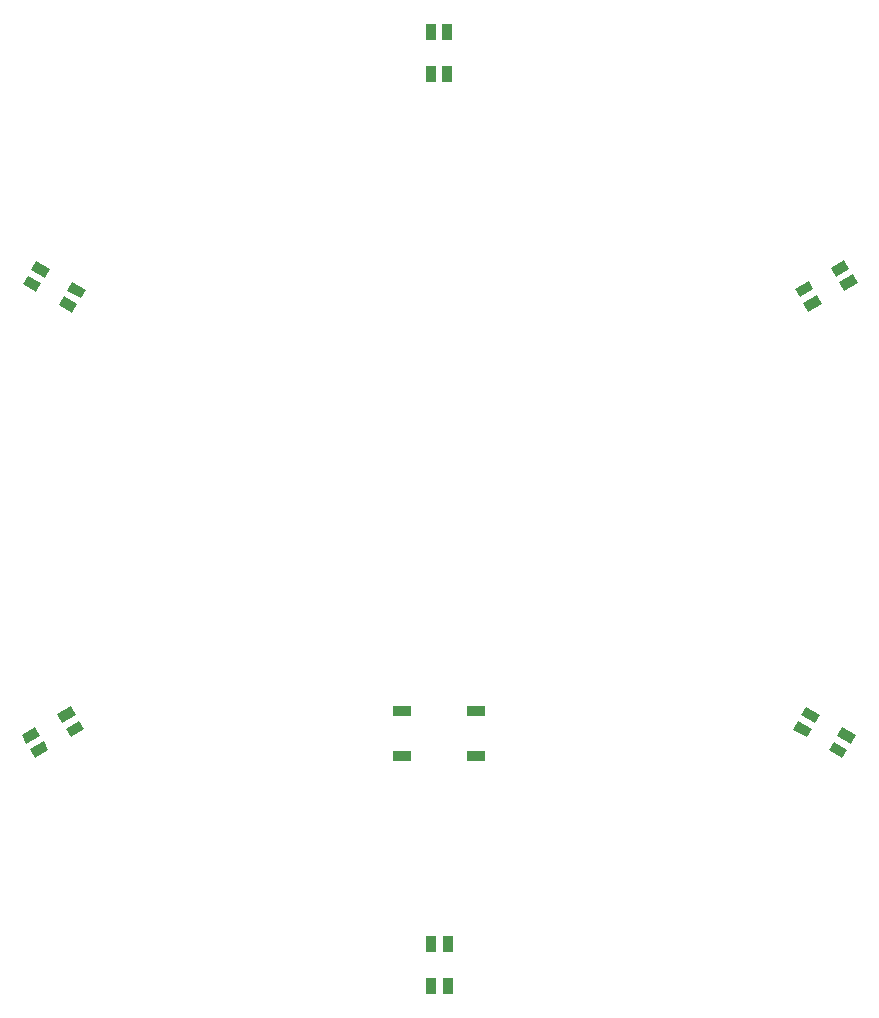
<source format=gbr>
G04 #@! TF.GenerationSoftware,KiCad,Pcbnew,(2016-12-02 revision 54c5f6b)-makepkg*
G04 #@! TF.CreationDate,2016-12-15T21:43:30-06:00*
G04 #@! TF.ProjectId,Star,537461722E6B696361645F7063620000,rev?*
G04 #@! TF.FileFunction,Paste,Top*
G04 #@! TF.FilePolarity,Positive*
%FSLAX46Y46*%
G04 Gerber Fmt 4.6, Leading zero omitted, Abs format (unit mm)*
G04 Created by KiCad (PCBNEW (2016-12-02 revision 54c5f6b)-makepkg) date 12/15/16 21:43:30*
%MOMM*%
%LPD*%
G01*
G04 APERTURE LIST*
%ADD10C,0.100000*%
%ADD11C,0.838200*%
%ADD12R,0.838200X1.346200*%
%ADD13R,1.547600X0.847600*%
G04 APERTURE END LIST*
D10*
D11*
X95491592Y-115214400D03*
D10*
G36*
X95864964Y-114514899D02*
X96284064Y-115240801D01*
X95118220Y-115913901D01*
X94699120Y-115187999D01*
X95864964Y-114514899D01*
X95864964Y-114514899D01*
G37*
D11*
X92456000Y-116967000D03*
D10*
G36*
X92829372Y-116267499D02*
X93248472Y-116993401D01*
X92082628Y-117666501D01*
X91663528Y-116940599D01*
X92829372Y-116267499D01*
X92829372Y-116267499D01*
G37*
D11*
X96190092Y-116424237D03*
D10*
G36*
X96563464Y-115724736D02*
X96982564Y-116450638D01*
X95816720Y-117123738D01*
X95397620Y-116397836D01*
X96563464Y-115724736D01*
X96563464Y-115724736D01*
G37*
D11*
X93154500Y-118176837D03*
D10*
G36*
X93527872Y-117477336D02*
X93946972Y-118203238D01*
X92781128Y-118876338D01*
X92362028Y-118150436D01*
X93527872Y-117477336D01*
X93527872Y-117477336D01*
G37*
D12*
X127762000Y-138176000D03*
X127762000Y-134670800D03*
X126365000Y-138176000D03*
X126365000Y-134670800D03*
D11*
X161493200Y-116992400D03*
D10*
G36*
X160700728Y-117018801D02*
X161119828Y-116292899D01*
X162285672Y-116965999D01*
X161866572Y-117691901D01*
X160700728Y-117018801D01*
X160700728Y-117018801D01*
G37*
D11*
X158457608Y-115239800D03*
D10*
G36*
X157665136Y-115266201D02*
X158084236Y-114540299D01*
X159250080Y-115213399D01*
X158830980Y-115939301D01*
X157665136Y-115266201D01*
X157665136Y-115266201D01*
G37*
D11*
X160794700Y-118202237D03*
D10*
G36*
X160002228Y-118228638D02*
X160421328Y-117502736D01*
X161587172Y-118175836D01*
X161168072Y-118901738D01*
X160002228Y-118228638D01*
X160002228Y-118228638D01*
G37*
D11*
X157759108Y-116449637D03*
D10*
G36*
X156966636Y-116476038D02*
X157385736Y-115750136D01*
X158551580Y-116423236D01*
X158132480Y-117149138D01*
X156966636Y-116476038D01*
X156966636Y-116476038D01*
G37*
D11*
X160960092Y-77428563D03*
D10*
G36*
X160586720Y-78128064D02*
X160167620Y-77402162D01*
X161333464Y-76729062D01*
X161752564Y-77454964D01*
X160586720Y-78128064D01*
X160586720Y-78128064D01*
G37*
D11*
X157924500Y-79181163D03*
D10*
G36*
X157551128Y-79880664D02*
X157132028Y-79154762D01*
X158297872Y-78481662D01*
X158716972Y-79207564D01*
X157551128Y-79880664D01*
X157551128Y-79880664D01*
G37*
D11*
X161658592Y-78638400D03*
D10*
G36*
X161285220Y-79337901D02*
X160866120Y-78611999D01*
X162031964Y-77938899D01*
X162451064Y-78664801D01*
X161285220Y-79337901D01*
X161285220Y-79337901D01*
G37*
D11*
X158623000Y-80391000D03*
D10*
G36*
X158249628Y-81090501D02*
X157830528Y-80364599D01*
X158996372Y-79691499D01*
X159415472Y-80417401D01*
X158249628Y-81090501D01*
X158249628Y-81090501D01*
G37*
D12*
X126301500Y-57454800D03*
X126301500Y-60960000D03*
X127698500Y-57454800D03*
X127698500Y-60960000D03*
D11*
X92557600Y-78740000D03*
D10*
G36*
X93350072Y-78713599D02*
X92930972Y-79439501D01*
X91765128Y-78766401D01*
X92184228Y-78040499D01*
X93350072Y-78713599D01*
X93350072Y-78713599D01*
G37*
D11*
X95593192Y-80492600D03*
D10*
G36*
X96385664Y-80466199D02*
X95966564Y-81192101D01*
X94800720Y-80519001D01*
X95219820Y-79793099D01*
X96385664Y-80466199D01*
X96385664Y-80466199D01*
G37*
D11*
X93256100Y-77530163D03*
D10*
G36*
X94048572Y-77503762D02*
X93629472Y-78229664D01*
X92463628Y-77556564D01*
X92882728Y-76830662D01*
X94048572Y-77503762D01*
X94048572Y-77503762D01*
G37*
D11*
X96291692Y-79282763D03*
D10*
G36*
X97084164Y-79256362D02*
X96665064Y-79982264D01*
X95499220Y-79309164D01*
X95918320Y-78583262D01*
X97084164Y-79256362D01*
X97084164Y-79256362D01*
G37*
D13*
X123850000Y-114940000D03*
X130150000Y-114940000D03*
X123850000Y-118740000D03*
X130150000Y-118740000D03*
M02*

</source>
